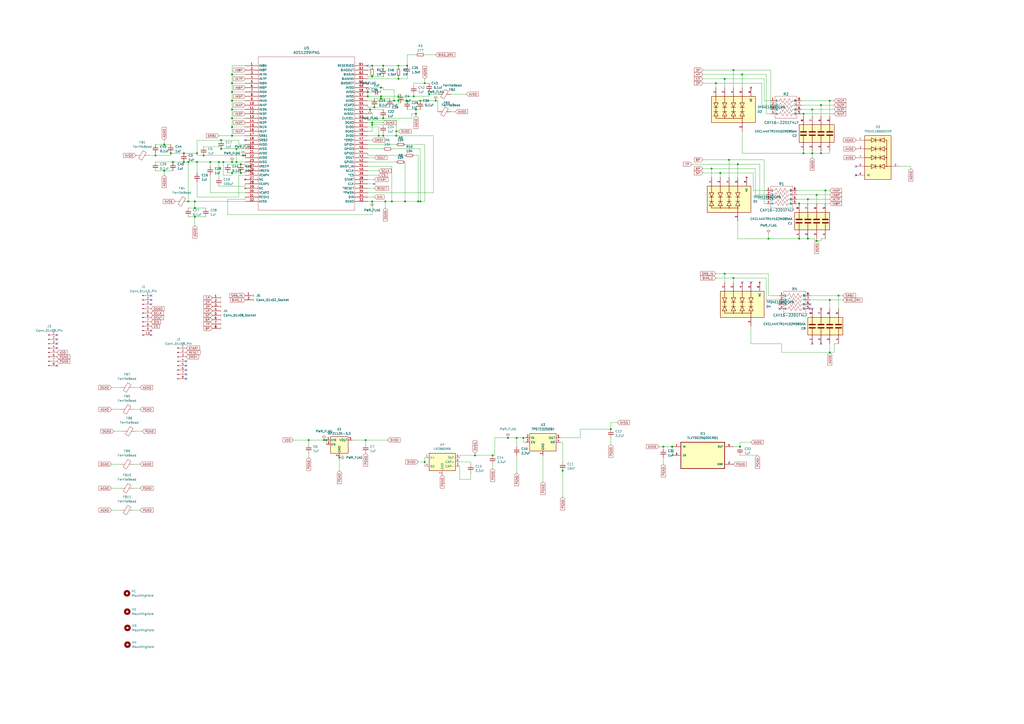
<source format=kicad_sch>
(kicad_sch (version 20230121) (generator eeschema)
  (paper "A2")
  (junction (at 113.03 125.73))
  (junction (at 90.17 90.17))
  (junction (at 229.87 78.74))
  (junction (at 222.25 68.58))
  (junction (at 106.68 88.9))
  (junction (at 236.22 58.42))
  (junction (at 121.92 93.98))
  (junction (at 473.71 113.03))
  (junction (at 326.39 273.05))
  (junction (at 137.16 86.36))
  (junction (at 114.3 93.98))
  (junction (at 213.36 53.34))
  (junction (at 478.79 110.49))
  (junction (at 246.38 48.26))
  (junction (at 234.95 116.84))
  (junction (at 134.62 53.34))
  (junction (at 134.62 48.26))
  (junction (at 429.26 259.08))
  (junction (at 217.17 62.23))
  (junction (at 252.73 58.42))
  (junction (at 481.33 173.99))
  (junction (at 412.75 97.79))
  (junction (at 212.09 255.27))
  (junction (at 140.97 90.17))
  (junction (at 468.63 138.43))
  (junction (at 220.98 57.15))
  (junction (at 127 93.98))
  (junction (at 384.81 259.08))
  (junction (at 231.14 55.88))
  (junction (at 486.41 171.45))
  (junction (at 476.25 88.9))
  (junction (at 243.84 58.42))
  (junction (at 109.22 93.98))
  (junction (at 220.98 50.8))
  (junction (at 142.24 90.17))
  (junction (at 128.27 81.28))
  (junction (at 285.75 264.16))
  (junction (at 213.36 55.88))
  (junction (at 445.77 138.43))
  (junction (at 106.68 93.98))
  (junction (at 95.25 99.06))
  (junction (at 236.22 38.1))
  (junction (at 134.62 100.33))
  (junction (at 134.62 63.5))
  (junction (at 109.22 116.84))
  (junction (at 118.11 90.17))
  (junction (at 420.37 45.72))
  (junction (at 139.7 95.25))
  (junction (at 219.71 78.74))
  (junction (at 241.3 66.04))
  (junction (at 95.25 83.82))
  (junction (at 466.09 88.9))
  (junction (at 420.37 158.75))
  (junction (at 137.16 93.98))
  (junction (at 468.63 115.57))
  (junction (at 179.07 255.27))
  (junction (at 229.87 76.2))
  (junction (at 129.54 93.98))
  (junction (at 134.62 68.58))
  (junction (at 241.3 63.5))
  (junction (at 134.62 43.18))
  (junction (at 215.9 38.1))
  (junction (at 389.89 259.08))
  (junction (at 471.17 88.9))
  (junction (at 215.9 44.45))
  (junction (at 99.06 88.9))
  (junction (at 430.53 43.18))
  (junction (at 128.27 86.36))
  (junction (at 231.14 58.42))
  (junction (at 227.33 116.84))
  (junction (at 222.25 38.1))
  (junction (at 417.83 100.33))
  (junction (at 463.55 118.11))
  (junction (at 240.03 55.88))
  (junction (at 425.45 40.64))
  (junction (at 215.9 71.12))
  (junction (at 243.84 116.84))
  (junction (at 189.23 255.27))
  (junction (at 139.7 100.33))
  (junction (at 415.29 48.26))
  (junction (at 427.99 95.25))
  (junction (at 248.92 54.61))
  (junction (at 299.72 254))
  (junction (at 294.64 254))
  (junction (at 223.52 116.84))
  (junction (at 466.09 66.04))
  (junction (at 228.6 58.42))
  (junction (at 242.57 116.84))
  (junction (at 196.85 265.43))
  (junction (at 215.9 72.39))
  (junction (at 303.53 254))
  (junction (at 463.55 138.43))
  (junction (at 422.91 92.71))
  (junction (at 113.03 116.84))
  (junction (at 481.33 58.42))
  (junction (at 275.59 264.16))
  (junction (at 215.9 116.84))
  (junction (at 476.25 60.96))
  (junction (at 425.45 161.29))
  (junction (at 134.62 73.66))
  (junction (at 231.14 45.72))
  (junction (at 246.38 267.97))
  (junction (at 134.62 58.42))
  (junction (at 187.96 255.27))
  (junction (at 134.62 93.98))
  (junction (at 473.71 139.7))
  (junction (at 222.25 78.74))
  (junction (at 113.03 120.65))
  (junction (at 214.63 63.5))
  (junction (at 100.33 93.98))
  (junction (at 354.33 248.92))
  (junction (at 220.98 55.88))
  (junction (at 114.3 88.9))
  (junction (at 231.14 38.1))
  (junction (at 481.33 204.47))
  (junction (at 471.17 63.5))
  (junction (at 134.62 78.74))
  (no_connect (at 471.17 179.07))
  (no_connect (at 469.9 176.53))
  (no_connect (at 107.95 219.71))
  (no_connect (at 33.02 199.39))
  (no_connect (at 213.36 48.26))
  (no_connect (at 469.9 179.07))
  (no_connect (at 107.95 217.17))
  (no_connect (at 107.95 214.63))
  (no_connect (at 33.02 212.09))
  (no_connect (at 452.12 179.07))
  (no_connect (at 107.95 209.55))
  (no_connect (at 33.02 201.93))
  (no_connect (at 213.36 38.1))
  (no_connect (at 107.95 212.09))
  (no_connect (at 496.57 101.6))
  (no_connect (at 435.61 163.83))
  (no_connect (at 142.24 81.28))
  (no_connect (at 430.53 163.83))
  (no_connect (at 87.63 194.31))
  (no_connect (at 87.63 173.99))
  (no_connect (at 87.63 191.77))
  (no_connect (at 452.12 176.53))
  (no_connect (at 87.63 171.45))
  (no_connect (at 476.25 179.07))
  (no_connect (at 217.17 106.68))
  (no_connect (at 33.02 196.85))
  (no_connect (at 33.02 194.31))
  (no_connect (at 87.63 176.53))
  (no_connect (at 496.57 96.52))
  (no_connect (at 471.17 199.39))
  (no_connect (at 476.25 199.39))
  (wire (pts (xy 453.39 204.47) (xy 453.39 199.39)))
  (wire (pts (xy 142.24 95.25) (xy 142.24 96.52)))
  (wire (pts (xy 134.62 48.26) (xy 134.62 53.34)))
  (wire (pts (xy 471.17 88.9) (xy 471.17 87.63)))
  (wire (pts (xy 326.39 256.54) (xy 325.12 256.54)))
  (wire (pts (xy 415.29 48.26) (xy 441.96 48.26)))
  (wire (pts (xy 134.62 38.1) (xy 134.62 43.18)))
  (wire (pts (xy 472.44 139.7) (xy 473.71 139.7)))
  (wire (pts (xy 468.63 115.57) (xy 481.33 115.57)))
  (wire (pts (xy 425.45 50.8) (xy 425.45 40.64)))
  (wire (pts (xy 417.83 102.87) (xy 417.83 100.33)))
  (wire (pts (xy 436.88 110.49) (xy 436.88 100.33)))
  (wire (pts (xy 314.96 264.16) (xy 314.96 279.4)))
  (wire (pts (xy 64.77 237.49) (xy 69.85 237.49)))
  (wire (pts (xy 466.09 66.04) (xy 483.87 66.04)))
  (wire (pts (xy 430.53 88.9) (xy 466.09 88.9)))
  (wire (pts (xy 425.45 163.83) (xy 425.45 161.29)))
  (wire (pts (xy 138.43 114.3) (xy 114.3 114.3)))
  (wire (pts (xy 246.38 48.26) (xy 248.92 48.26)))
  (wire (pts (xy 118.11 90.17) (xy 140.97 90.17)))
  (wire (pts (xy 128.27 81.28) (xy 138.43 81.28)))
  (wire (pts (xy 213.36 91.44) (xy 217.17 91.44)))
  (wire (pts (xy 138.43 81.28) (xy 138.43 83.82)))
  (wire (pts (xy 99.06 88.9) (xy 106.68 88.9)))
  (wire (pts (xy 113.03 120.65) (xy 119.38 120.65)))
  (wire (pts (xy 212.09 255.27) (xy 212.09 257.81)))
  (wire (pts (xy 139.7 95.25) (xy 142.24 95.25)))
  (wire (pts (xy 132.08 115.57) (xy 132.08 124.46)))
  (wire (pts (xy 215.9 71.12) (xy 213.36 71.12)))
  (wire (pts (xy 472.44 138.43) (xy 468.63 138.43)))
  (wire (pts (xy 481.33 58.42) (xy 483.87 58.42)))
  (wire (pts (xy 251.46 78.74) (xy 229.87 78.74)))
  (wire (pts (xy 179.07 255.27) (xy 187.96 255.27)))
  (wire (pts (xy 129.54 93.98) (xy 134.62 93.98)))
  (wire (pts (xy 64.77 269.24) (xy 69.85 269.24)))
  (wire (pts (xy 134.62 78.74) (xy 142.24 78.74)))
  (wire (pts (xy 476.25 60.96) (xy 476.25 67.31)))
  (wire (pts (xy 215.9 71.12) (xy 222.25 71.12)))
  (wire (pts (xy 114.3 100.33) (xy 114.3 93.98)))
  (wire (pts (xy 95.25 99.06) (xy 95.25 101.6)))
  (wire (pts (xy 425.45 40.64) (xy 407.67 40.64)))
  (wire (pts (xy 213.36 78.74) (xy 219.71 78.74)))
  (wire (pts (xy 427.99 95.25) (xy 440.69 95.25)))
  (wire (pts (xy 142.24 68.58) (xy 134.62 68.58)))
  (wire (pts (xy 236.22 43.18) (xy 236.22 45.72)))
  (wire (pts (xy 227.33 116.84) (xy 234.95 116.84)))
  (wire (pts (xy 134.62 93.98) (xy 137.16 93.98)))
  (wire (pts (xy 294.64 254) (xy 299.72 254)))
  (wire (pts (xy 232.41 54.61) (xy 231.14 54.61)))
  (wire (pts (xy 236.22 31.75) (xy 236.22 38.1)))
  (wire (pts (xy 95.25 81.28) (xy 95.25 83.82)))
  (wire (pts (xy 241.3 63.5) (xy 243.84 63.5)))
  (wire (pts (xy 213.36 104.14) (xy 217.17 104.14)))
  (wire (pts (xy 86.36 90.17) (xy 90.17 90.17)))
  (wire (pts (xy 266.7 265.43) (xy 266.7 264.16)))
  (wire (pts (xy 220.98 55.88) (xy 220.98 57.15)))
  (wire (pts (xy 462.28 110.49) (xy 478.79 110.49)))
  (wire (pts (xy 407.67 48.26) (xy 415.29 48.26)))
  (wire (pts (xy 231.14 76.2) (xy 229.87 76.2)))
  (wire (pts (xy 468.63 115.57) (xy 468.63 118.11)))
  (wire (pts (xy 427.99 102.87) (xy 427.99 95.25)))
  (wire (pts (xy 222.25 77.47) (xy 222.25 78.74)))
  (wire (pts (xy 213.36 90.17) (xy 234.95 90.17)))
  (wire (pts (xy 285.75 269.24) (xy 285.75 271.78)))
  (wire (pts (xy 234.95 93.98) (xy 234.95 116.84)))
  (wire (pts (xy 243.84 116.84) (xy 242.57 116.84)))
  (wire (pts (xy 134.62 53.34) (xy 142.24 53.34)))
  (wire (pts (xy 213.36 55.88) (xy 220.98 55.88)))
  (wire (pts (xy 240.03 55.88) (xy 240.03 54.61)))
  (wire (pts (xy 469.9 171.45) (xy 486.41 171.45)))
  (wire (pts (xy 129.54 101.6) (xy 129.54 93.98)))
  (wire (pts (xy 354.33 254) (xy 354.33 257.81)))
  (wire (pts (xy 142.24 48.26) (xy 134.62 48.26)))
  (wire (pts (xy 471.17 88.9) (xy 476.25 88.9)))
  (wire (pts (xy 113.03 116.84) (xy 113.03 120.65)))
  (wire (pts (xy 248.92 54.61) (xy 248.92 53.34)))
  (wire (pts (xy 473.71 113.03) (xy 473.71 118.11)))
  (wire (pts (xy 241.3 66.04) (xy 241.3 63.5)))
  (wire (pts (xy 354.33 248.92) (xy 354.33 245.11)))
  (wire (pts (xy 463.55 138.43) (xy 468.63 138.43)))
  (wire (pts (xy 214.63 40.64) (xy 214.63 38.1)))
  (wire (pts (xy 240.03 48.26) (xy 246.38 48.26)))
  (wire (pts (xy 382.27 259.08) (xy 384.81 259.08)))
  (wire (pts (xy 142.24 111.76) (xy 121.92 111.76)))
  (wire (pts (xy 412.75 97.79) (xy 438.15 97.79)))
  (wire (pts (xy 142.24 58.42) (xy 134.62 58.42)))
  (wire (pts (xy 220.98 50.8) (xy 222.25 50.8)))
  (wire (pts (xy 228.6 52.07) (xy 228.6 58.42)))
  (wire (pts (xy 240.03 90.17) (xy 242.57 90.17)))
  (wire (pts (xy 246.38 267.97) (xy 246.38 270.51)))
  (wire (pts (xy 228.6 58.42) (xy 231.14 58.42)))
  (wire (pts (xy 142.24 107.95) (xy 142.24 106.68)))
  (wire (pts (xy 213.36 44.45) (xy 215.9 44.45)))
  (wire (pts (xy 134.62 100.33) (xy 134.62 101.6)))
  (wire (pts (xy 196.85 265.43) (xy 196.85 273.05)))
  (wire (pts (xy 401.32 95.25) (xy 427.99 95.25)))
  (wire (pts (xy 266.7 270.51) (xy 266.7 278.13)))
  (wire (pts (xy 440.69 95.25) (xy 440.69 115.57)))
  (wire (pts (xy 142.24 101.6) (xy 138.43 101.6)))
  (wire (pts (xy 444.5 173.99) (xy 452.12 173.99)))
  (wire (pts (xy 478.79 110.49) (xy 481.33 110.49)))
  (wire (pts (xy 444.5 173.99) (xy 444.5 161.29)))
  (wire (pts (xy 215.9 72.39) (xy 215.9 76.2)))
  (wire (pts (xy 464.82 58.42) (xy 481.33 58.42)))
  (wire (pts (xy 213.36 99.06) (xy 219.71 99.06)))
  (wire (pts (xy 441.96 60.96) (xy 447.04 60.96)))
  (wire (pts (xy 213.36 86.36) (xy 222.25 86.36)))
  (wire (pts (xy 231.14 55.88) (xy 240.03 55.88)))
  (wire (pts (xy 215.9 68.58) (xy 222.25 68.58)))
  (wire (pts (xy 241.3 31.75) (xy 236.22 31.75)))
  (wire (pts (xy 241.3 67.31) (xy 241.3 66.04)))
  (wire (pts (xy 429.26 264.16) (xy 439.42 264.16)))
  (wire (pts (xy 471.17 88.9) (xy 471.17 91.44)))
  (wire (pts (xy 137.16 86.36) (xy 137.16 93.98)))
  (wire (pts (xy 466.09 88.9) (xy 471.17 88.9)))
  (wire (pts (xy 134.62 58.42) (xy 134.62 53.34)))
  (wire (pts (xy 142.24 63.5) (xy 134.62 63.5)))
  (wire (pts (xy 243.84 58.42) (xy 252.73 58.42)))
  (wire (pts (xy 77.47 269.24) (xy 81.28 269.24)))
  (wire (pts (xy 486.41 171.45) (xy 488.95 171.45)))
  (wire (pts (xy 422.91 92.71) (xy 407.67 92.71)))
  (wire (pts (xy 215.9 38.1) (xy 214.63 38.1)))
  (wire (pts (xy 242.57 90.17) (xy 242.57 116.84)))
  (wire (pts (xy 478.79 110.49) (xy 478.79 118.11)))
  (wire (pts (xy 471.17 63.5) (xy 483.87 63.5)))
  (wire (pts (xy 231.14 45.72) (xy 236.22 45.72)))
  (wire (pts (xy 420.37 158.75) (xy 445.77 158.75)))
  (wire (pts (xy 219.71 78.74) (xy 222.25 78.74)))
  (wire (pts (xy 246.38 116.84) (xy 243.84 116.84)))
  (wire (pts (xy 219.71 73.66) (xy 213.36 73.66)))
  (wire (pts (xy 303.53 256.54) (xy 303.53 254)))
  (wire (pts (xy 213.36 69.85) (xy 229.87 69.85)))
  (wire (pts (xy 77.47 283.21) (xy 81.28 283.21)))
  (wire (pts (xy 137.16 86.36) (xy 142.24 86.36)))
  (wire (pts (xy 299.72 254) (xy 303.53 254)))
  (wire (pts (xy 240.03 48.26) (xy 240.03 49.53)))
  (wire (pts (xy 128.27 86.36) (xy 137.16 86.36)))
  (wire (pts (xy 243.84 86.36) (xy 243.84 116.84)))
  (wire (pts (xy 462.28 113.03) (xy 473.71 113.03)))
  (wire (pts (xy 213.36 114.3) (xy 217.17 114.3)))
  (wire (pts (xy 266.7 278.13) (xy 273.05 278.13)))
  (wire (pts (xy 90.17 99.06) (xy 95.25 99.06)))
  (wire (pts (xy 481.33 88.9) (xy 481.33 87.63)))
  (wire (pts (xy 213.36 90.17) (xy 213.36 88.9)))
  (wire (pts (xy 213.36 106.68) (xy 217.17 106.68)))
  (wire (pts (xy 471.17 63.5) (xy 471.17 67.31)))
  (wire (pts (xy 213.36 58.42) (xy 228.6 58.42)))
  (wire (pts (xy 223.52 116.84) (xy 227.33 116.84)))
  (wire (pts (xy 142.24 114.3) (xy 142.24 115.57)))
  (wire (pts (xy 213.36 111.76) (xy 251.46 111.76)))
  (wire (pts (xy 438.15 97.79) (xy 438.15 113.03)))
  (wire (pts (xy 275.59 264.16) (xy 285.75 264.16)))
  (wire (pts (xy 254 64.77) (xy 254 58.42)))
  (wire (pts (xy 132.08 115.57) (xy 142.24 115.57)))
  (wire (pts (xy 213.36 40.64) (xy 214.63 40.64)))
  (wire (pts (xy 447.04 40.64) (xy 425.45 40.64)))
  (wire (pts (xy 227.33 86.36) (xy 243.84 86.36)))
  (wire (pts (xy 445.77 158.75) (xy 445.77 171.45)))
  (wire (pts (xy 326.39 267.97) (xy 326.39 256.54)))
  (wire (pts (xy 220.98 50.8) (xy 220.98 53.34)))
  (wire (pts (xy 407.67 97.79) (xy 412.75 97.79)))
  (wire (pts (xy 118.11 85.09) (xy 128.27 85.09)))
  (wire (pts (xy 134.62 101.6) (xy 129.54 101.6)))
  (wire (pts (xy 438.15 113.03) (xy 444.5 113.03)))
  (wire (pts (xy 469.9 173.99) (xy 481.33 173.99)))
  (wire (pts (xy 326.39 271.78) (xy 326.39 273.05)))
  (wire (pts (xy 473.71 113.03) (xy 481.33 113.03)))
  (wire (pts (xy 142.24 38.1) (xy 134.62 38.1)))
  (wire (pts (xy 114.3 81.28) (xy 114.3 88.9)))
  (wire (pts (xy 472.44 139.7) (xy 472.44 138.43)))
  (wire (pts (xy 443.23 58.42) (xy 447.04 58.42)))
  (wire (pts (xy 134.62 73.66) (xy 134.62 78.74)))
  (wire (pts (xy 384.81 259.08) (xy 389.89 259.08)))
  (wire (pts (xy 100.33 93.98) (xy 106.68 93.98)))
  (wire (pts (xy 215.9 116.84) (xy 223.52 116.84)))
  (wire (pts (xy 261.62 54.61) (xy 270.51 54.61)))
  (wire (pts (xy 246.38 45.72) (xy 246.38 48.26)))
  (wire (pts (xy 179.07 257.81) (xy 179.07 255.27)))
  (wire (pts (xy 215.9 124.46) (xy 215.9 116.84)))
  (wire (pts (xy 407.67 43.18) (xy 430.53 43.18)))
  (wire (pts (xy 427.99 138.43) (xy 445.77 138.43)))
  (wire (pts (xy 213.36 93.98) (xy 229.87 93.98)))
  (wire (pts (xy 242.57 267.97) (xy 246.38 267.97)))
  (wire (pts (xy 231.14 54.61) (xy 231.14 55.88)))
  (wire (pts (xy 113.03 125.73) (xy 119.38 125.73)))
  (wire (pts (xy 462.28 115.57) (xy 468.63 115.57)))
  (wire (pts (xy 137.16 93.98) (xy 142.24 93.98)))
  (wire (pts (xy 121.92 111.76) (xy 121.92 101.6)))
  (wire (pts (xy 234.95 83.82) (xy 246.38 83.82)))
  (wire (pts (xy 528.32 96.52) (xy 528.32 97.79)))
  (wire (pts (xy 521.97 96.52) (xy 528.32 96.52)))
  (wire (pts (xy 215.9 39.37) (xy 215.9 38.1)))
  (wire (pts (xy 127 93.98) (xy 127 102.87)))
  (wire (pts (xy 217.17 62.23) (xy 226.06 62.23)))
  (wire (pts (xy 483.87 199.39) (xy 486.41 199.39)))
  (wire (pts (xy 443.23 45.72) (xy 443.23 58.42)))
  (wire (pts (xy 476.25 138.43) (xy 478.79 138.43)))
  (wire (pts (xy 66.04 250.19) (xy 71.12 250.19)))
  (wire (pts (xy 215.9 72.39) (xy 222.25 72.39)))
  (wire (pts (xy 435.61 189.23) (xy 435.61 199.39)))
  (wire (pts (xy 464.82 60.96) (xy 476.25 60.96)))
  (wire (pts (xy 187.96 255.27) (xy 189.23 255.27)))
  (wire (pts (xy 430.53 76.2) (xy 430.53 88.9)))
  (wire (pts (xy 106.68 88.9) (xy 114.3 88.9)))
  (wire (pts (xy 222.25 52.07) (xy 228.6 52.07)))
  (wire (pts (xy 64.77 283.21) (xy 69.85 283.21)))
  (wire (pts (xy 220.98 55.88) (xy 231.14 55.88)))
  (wire (pts (xy 134.62 100.33) (xy 139.7 100.33)))
  (wire (pts (xy 422.91 102.87) (xy 422.91 92.71)))
  (wire (pts (xy 99.06 88.9) (xy 99.06 90.17)))
  (wire (pts (xy 109.22 93.98) (xy 109.22 116.84)))
  (wire (pts (xy 64.77 295.91) (xy 69.85 295.91)))
  (wire (pts (xy 132.08 100.33) (xy 134.62 100.33)))
  (wire (pts (xy 412.75 102.87) (xy 412.75 97.79)))
  (wire (pts (xy 231.14 38.1) (xy 236.22 38.1)))
  (wire (pts (xy 444.5 43.18) (xy 444.5 66.04)))
  (wire (pts (xy 229.87 69.85) (xy 229.87 76.2)))
  (wire (pts (xy 462.28 118.11) (xy 463.55 118.11)))
  (wire (pts (xy 476.25 88.9) (xy 476.25 87.63)))
  (wire (pts (xy 64.77 224.79) (xy 69.85 224.79)))
  (wire (pts (xy 213.36 76.2) (xy 215.9 76.2)))
  (wire (pts (xy 445.77 138.43) (xy 463.55 138.43)))
  (wire (pts (xy 90.17 90.17) (xy 99.06 90.17)))
  (wire (pts (xy 95.25 83.82) (xy 99.06 83.82)))
  (wire (pts (xy 252.73 58.42) (xy 254 58.42)))
  (wire (pts (xy 231.14 59.69) (xy 231.14 58.42)))
  (wire (pts (xy 427.99 128.27) (xy 427.99 138.43)))
  (wire (pts (xy 139.7 100.33) (xy 142.24 100.33)))
  (wire (pts (xy 384.81 265.43) (xy 384.81 269.24)))
  (wire (pts (xy 266.7 264.16) (xy 275.59 264.16)))
  (wire (pts (xy 222.25 39.37) (xy 222.25 38.1)))
  (wire (pts (xy 285.75 264.16) (xy 287.02 264.16)))
  (wire (pts (xy 134.62 68.58) (xy 134.62 63.5)))
  (wire (pts (xy 436.88 100.33) (xy 417.83 100.33)))
  (wire (pts (xy 95.25 99.06) (xy 100.33 99.06)))
  (wire (pts (xy 213.36 44.45) (xy 213.36 43.18)))
  (wire (pts (xy 214.63 63.5) (xy 222.25 63.5)))
  (wire (pts (xy 481.33 173.99) (xy 481.33 179.07)))
  (wire (pts (xy 215.9 66.04) (xy 213.36 66.04)))
  (wire (pts (xy 217.17 57.15) (xy 220.98 57.15)))
  (wire (pts (xy 445.77 138.43) (xy 445.77 135.89)))
  (wire (pts (xy 220.98 57.15) (xy 226.06 57.15)))
  (wire (pts (xy 273.05 278.13) (xy 273.05 274.32)))
  (wire (pts (xy 236.22 58.42) (xy 243.84 58.42)))
  (wire (pts (xy 106.68 93.98) (xy 109.22 93.98)))
  (wire (pts (xy 222.25 38.1) (xy 231.14 38.1)))
  (wire (pts (xy 481.33 173.99) (xy 488.95 173.99)))
  (wire (pts (xy 430.53 50.8) (xy 430.53 43.18)))
  (wire (pts (xy 77.47 295.91) (xy 81.28 295.91)))
  (wire (pts (xy 142.24 88.9) (xy 142.24 90.17)))
  (wire (pts (xy 246.38 265.43) (xy 246.38 267.97)))
  (wire (pts (xy 222.25 50.8) (xy 222.25 52.07)))
  (wire (pts (xy 215.9 38.1) (xy 222.25 38.1)))
  (wire (pts (xy 463.55 118.11) (xy 481.33 118.11)))
  (wire (pts (xy 77.47 224.79) (xy 81.28 224.79)))
  (wire (pts (xy 142.24 99.06) (xy 142.24 100.33)))
  (wire (pts (xy 113.03 125.73) (xy 113.03 130.81)))
  (wire (pts (xy 266.7 267.97) (xy 273.05 267.97)))
  (wire (pts (xy 299.72 254) (xy 299.72 259.08)))
  (wire (pts (xy 231.14 58.42) (xy 236.22 58.42)))
  (wire (pts (xy 483.87 199.39) (xy 483.87 204.47)))
  (wire (pts (xy 473.71 139.7) (xy 473.71 138.43)))
  (wire (pts (xy 261.62 64.77) (xy 264.16 64.77)))
  (wire (pts (xy 238.76 66.04) (xy 238.76 68.58)))
  (wire (pts (xy 287.02 254) (xy 294.64 254)))
  (wire (pts (xy 422.91 92.71) (xy 443.23 92.71)))
  (wire (pts (xy 138.43 101.6) (xy 138.43 114.3)))
  (wire (pts (xy 213.36 63.5) (xy 214.63 63.5)))
  (wire (pts (xy 336.55 248.92) (xy 354.33 248.92)))
  (wire (pts (xy 481.33 58.42) (xy 481.33 67.31)))
  (wire (pts (xy 444.5 161.29) (xy 425.45 161.29)))
  (wire (pts (xy 142.24 73.66) (xy 134.62 73.66)))
  (wire (pts (xy 127 78.74) (xy 134.62 78.74)))
  (wire (pts (xy 429.26 256.54) (xy 429.26 259.08)))
  (wire (pts (xy 142.24 43.18) (xy 134.62 43.18)))
  (wire (pts (xy 415.29 48.26) (xy 415.29 50.8)))
  (wire (pts (xy 238.76 66.04) (xy 241.3 66.04)))
  (wire (pts (xy 246.38 31.75) (xy 252.73 31.75)))
  (wire (pts (xy 142.24 90.17) (xy 142.24 91.44)))
  (wire (pts (xy 248.92 54.61) (xy 248.92 55.88)))
  (wire (pts (xy 213.36 45.72) (xy 231.14 45.72)))
  (wire (pts (xy 248.92 54.61) (xy 254 54.61)))
  (wire (pts (xy 140.97 90.17) (xy 142.24 90.17)))
  (wire (pts (xy 109.22 116.84) (xy 113.03 116.84)))
  (wire (pts (xy 430.53 43.18) (xy 444.5 43.18)))
  (wire (pts (xy 354.33 245.11) (xy 358.14 245.11)))
  (wire (pts (xy 121.92 93.98) (xy 127 93.98)))
  (wire (pts (xy 444.5 110.49) (xy 436.88 110.49)))
  (wire (pts (xy 213.36 116.84) (xy 215.9 116.84)))
  (wire (pts (xy 473.71 139.7) (xy 476.25 139.7)))
  (wire (pts (xy 231.14 45.72) (xy 231.14 44.45)))
  (wire (pts (xy 213.36 109.22) (xy 217.17 109.22)))
  (wire (pts (xy 114.3 114.3) (xy 114.3 105.41)))
  (wire (pts (xy 384.81 259.08) (xy 384.81 260.35)))
  (wire (pts (xy 90.17 90.17) (xy 90.17 88.9)))
  (wire (pts (xy 113.03 116.84) (xy 142.24 116.84)))
  (wire (pts (xy 213.36 83.82) (xy 229.87 83.82)))
  (wire (pts (xy 121.92 96.52) (xy 121.92 93.98)))
  (wire (pts (xy 466.09 87.63) (xy 466.09 88.9)))
  (wire (pts (xy 453.39 204.47) (xy 481.33 204.47)))
  (wire (pts (xy 134.62 43.18) (xy 134.62 48.26)))
  (wire (pts (xy 464.82 66.04) (xy 466.09 66.04)))
  (wire (pts (xy 213.36 101.6) (xy 219.71 101.6)))
  (wire (pts (xy 336.55 254) (xy 325.12 254)))
  (wire (pts (xy 127 107.95) (xy 142.24 107.95)))
  (wire (pts (xy 109.22 125.73) (xy 113.03 125.73)))
  (wire (pts (xy 213.36 69.85) (xy 213.36 68.58)))
  (wire (pts (xy 114.3 90.17) (xy 118.11 90.17)))
  (wire (pts (xy 78.74 250.19) (xy 82.55 250.19)))
  (wire (pts (xy 273.05 267.97) (xy 273.05 269.24)))
  (wire (pts (xy 299.72 264.16) (xy 299.72 274.32)))
  (wire (pts (xy 435.61 256.54) (xy 429.26 256.54)))
  (wire (pts (xy 77.47 237.49) (xy 81.28 237.49)))
  (wire (pts (xy 227.33 96.52) (xy 227.33 116.84)))
  (wire (pts (xy 109.22 120.65) (xy 113.03 120.65)))
  (wire (pts (xy 336.55 248.92) (xy 336.55 254)))
  (wire (pts (xy 132.08 95.25) (xy 139.7 95.25)))
  (wire (pts (xy 240.03 55.88) (xy 248.92 55.88)))
  (wire (pts (xy 415.29 158.75) (xy 420.37 158.75)))
  (wire (pts (xy 138.43 83.82) (xy 142.24 83.82)))
  (wire (pts (xy 232.41 59.69) (xy 231.14 59.69)))
  (wire (pts (xy 213.36 53.34) (xy 213.36 55.88)))
  (wire (pts (xy 229.87 76.2) (xy 229.87 78.74)))
  (wire (pts (xy 246.38 83.82) (xy 246.38 116.84)))
  (wire (pts (xy 109.22 93.98) (xy 114.3 93.98)))
  (wire (pts (xy 212.09 255.27) (xy 204.47 255.27)))
  (wire (pts (xy 445.77 171.45) (xy 452.12 171.45)))
  (wire (pts (xy 435.61 199.39) (xy 453.39 199.39)))
  (wire (pts (xy 213.36 62.23) (xy 213.36 60.96)))
  (wire (pts (xy 212.09 255.27) (xy 224.79 255.27)))
  (wire (pts (xy 90.17 93.98) (xy 100.33 93.98)))
  (wire (pts (xy 303.53 254) (xy 304.8 254)))
  (wire (pts (xy 389.89 259.08) (xy 389.89 264.16)))
  (wire (pts (xy 128.27 81.28) (xy 114.3 81.28)))
  (wire (pts (xy 486.41 171.45) (xy 486.41 179.07)))
  (wire (pts (xy 415.29 161.29) (xy 425.45 161.29)))
  (wire (pts (xy 189.23 255.27) (xy 189.23 257.81)))
  (wire (pts (xy 223.52 116.84) (xy 223.52 120.65)))
  (wire (pts (xy 440.69 115.57) (xy 444.5 115.57)))
  (wire (pts (xy 443.23 118.11) (xy 444.5 118.11)))
  (wire (pts (xy 128.27 85.09) (xy 128.27 86.36)))
  (wire (pts (xy 219.71 78.74) (xy 219.71 73.66)))
  (wire (pts (xy 234.95 116.84) (xy 242.57 116.84)))
  (wire (pts (xy 481.33 204.47) (xy 483.87 204.47)))
  (wire (pts (xy 476.25 60.96) (xy 483.87 60.96)))
  (wire (pts (xy 326.39 273.05) (xy 326.39 288.29)))
  (wire (pts (xy 407.67 45.72) (xy 420.37 45.72)))
  (wire (pts (xy 127 93.98) (xy 129.54 93.98)))
  (wire (pts (xy 447.04 40.64) (xy 447.04 63.5)))
  (wire (pts (xy 114.3 88.9) (xy 114.3 90.17)))
  (wire (pts (xy 425.45 259.08) (xy 429.26 259.08)))
  (wire (pts (xy 236.22 63.5) (xy 241.3 63.5)))
  (wire (pts (xy 251.46 111.76) (xy 251.46 78.74)))
  (wire (pts (xy 213.36 96.52) (xy 227.33 96.52)))
  (wire (pts (xy 132.08 124.46) (xy 215.9 124.46)))
  (wire (pts (xy 420.37 45.72) (xy 420.37 50.8)))
  (wire (pts (xy 217.17 62.23) (xy 213.36 62.23)))
  (wire (pts (xy 304.8 256.54) (xy 303.53 256.54)))
  (wire (pts (xy 407.67 100.33) (xy 417.83 100.33)))
  (wire (pts (xy 275.59 262.89) (xy 275.59 264.16)))
  (wire (pts (xy 464.82 63.5) (xy 471.17 63.5)))
  (wire (pts (xy 447.04 66.04) (xy 444.5 66.04)))
  (wire (pts (xy 222.25 68.58) (xy 238.76 68.58)))
  (wire (pts (xy 420.37 45.72) (xy 443.23 45.72)))
  (wire (pts (xy 443.23 92.71) (xy 443.23 118.11)))
  (wire (pts (xy 213.36 50.8) (xy 220.98 50.8)))
  (wire (pts (xy 179.07 262.89) (xy 179.07 265.43)))
  (wire (pts (xy 213.36 81.28) (xy 215.9 81.28)))
  (wire (pts (xy 466.09 66.04) (xy 466.09 67.31)))
  (wire (pts (xy 215.9 53.34) (xy 213.36 53.34)))
  (wire (pts (xy 134.62 68.58) (xy 134.62 73.66)))
  (wire (pts (xy 134.62 63.5) (xy 134.62 58.42)))
  (wire (pts (xy 170.18 255.27) (xy 179.07 255.27)))
  (wire (pts (xy 215.9 66.04) (xy 215.9 68.58)))
  (wire (pts (xy 476.25 88.9) (xy 481.33 88.9)))
  (wire (pts (xy 481.33 199.39) (xy 481.33 204.47)))
  (wire (pts (xy 231.14 38.1) (xy 231.14 39.37)))
  (wire (pts (xy 215.9 72.39) (xy 215.9 71.12)))
  (wire (pts (xy 441.96 48.26) (xy 441.96 60.96)))
  (wire (pts (xy 90.17 83.82) (xy 95.25 83.82)))
  (wire (pts (xy 215.9 44.45) (xy 222.25 44.45)))
  (wire (pts (xy 114.3 93.98) (xy 121.92 93.98)))
  (wire (pts (xy 420.37 163.83) (xy 420.37 158.75)))
  (wire (pts (xy 476.25 138.43) (xy 476.25 139.7)))
  (wire (pts (xy 222.25 78.74) (xy 229.87 78.74)))
  (wire (pts (xy 287.02 254) (xy 287.02 264.16)))
  (global_label "IN2P" (shape input) (at 483.87 60.96 0) (property "Intersheetrefs" "${INTERSHEET_REFS}" (effects hide)))
  (global_label "SRB_IN" (shape input) (at 415.29 158.75 180) (property "Intersheetrefs" "${INTERSHEET_REFS}" (effects hide)))
  (global_label "8P" (shape input) (at 123.19 190.5 180) (property "Intersheetrefs" "${INTERSHEET_REFS}" (effects hide)))
  (global_label "3P" (shape input) (at 123.19 177.8 180) (property "Intersheetrefs" "${INTERSHEET_REFS}" (effects hide)))
  (global_label "CS" (shape input) (at 219.71 101.6 0) (property "Intersheetrefs" "${INTERSHEET_REFS}" (effects hide)))
  (global_label "AVDD" (shape input) (at 78.74 90.17 180) (property "Intersheetrefs" "${INTERSHEET_REFS}" (effects hide)))
  (global_label "AGND" (shape input) (at 241.3 67.31 270) (property "Intersheetrefs" "${INTERSHEET_REFS}" (effects hide)))
  (global_label "PGND" (shape input) (at 212.09 262.89 270) (property "Intersheetrefs" "${INTERSHEET_REFS}" (effects hide)))
  (global_label "DIN" (shape input) (at 217.17 114.3 0) (property "Intersheetrefs" "${INTERSHEET_REFS}" (effects hide)))
  (global_label "BIAS_E" (shape input) (at 142.24 173.99 180) (property "Intersheetrefs" "${INTERSHEET_REFS}" (effects hide)))
  (global_label "AGND" (shape input) (at 113.03 130.81 270) (property "Intersheetrefs" "${INTERSHEET_REFS}" (effects hide)))
  (global_label "DIN" (shape input) (at 87.63 186.69 0) (property "Intersheetrefs" "${INTERSHEET_REFS}" (effects hide)))
  (global_label "PGND" (shape input) (at 439.42 264.16 270) (property "Intersheetrefs" "${INTERSHEET_REFS}" (effects hide)))
  (global_label "RESET" (shape input) (at 217.17 109.22 0) (property "Intersheetrefs" "${INTERSHEET_REFS}" (effects hide)))
  (global_label "7P" (shape input) (at 123.19 187.96 180) (property "Intersheetrefs" "${INTERSHEET_REFS}" (effects hide)))
  (global_label "8P" (shape input) (at 407.67 92.71 180) (property "Intersheetrefs" "${INTERSHEET_REFS}" (effects hide)))
  (global_label "IN7P" (shape input) (at 142.24 45.72 180) (property "Intersheetrefs" "${INTERSHEET_REFS}" (effects hide)))
  (global_label "IN5P" (shape input) (at 142.24 55.88 180) (property "Intersheetrefs" "${INTERSHEET_REFS}" (effects hide)))
  (global_label "PGND" (shape input) (at 179.07 265.43 270) (property "Intersheetrefs" "${INTERSHEET_REFS}" (effects hide)))
  (global_label "AVSS" (shape input) (at 358.14 245.11 0) (property "Intersheetrefs" "${INTERSHEET_REFS}" (effects hide)))
  (global_label "AGND" (shape input) (at 64.77 237.49 180) (property "Intersheetrefs" "${INTERSHEET_REFS}" (effects hide)))
  (global_label "SRB1" (shape input) (at 488.95 171.45 0) (property "Intersheetrefs" "${INTERSHEET_REFS}" (effects hide)))
  (global_label "PGND" (shape input) (at 384.81 269.24 270) (property "Intersheetrefs" "${INTERSHEET_REFS}" (effects hide)))
  (global_label "IN1P" (shape input) (at 483.87 58.42 0) (property "Intersheetrefs" "${INTERSHEET_REFS}" (effects hide)))
  (global_label "AVSS" (shape input) (at 270.51 54.61 0) (property "Intersheetrefs" "${INTERSHEET_REFS}" (effects hide)))
  (global_label "3P" (shape input) (at 407.67 40.64 180) (property "Intersheetrefs" "${INTERSHEET_REFS}" (effects hide)))
  (global_label "6P" (shape input) (at 407.67 97.79 180) (property "Intersheetrefs" "${INTERSHEET_REFS}" (effects hide)))
  (global_label "5P" (shape input) (at 407.67 100.33 180) (property "Intersheetrefs" "${INTERSHEET_REFS}" (effects hide)))
  (global_label "RESET" (shape input) (at 107.95 204.47 0) (property "Intersheetrefs" "${INTERSHEET_REFS}" (effects hide)))
  (global_label "AGND" (shape input) (at 81.28 269.24 0) (property "Intersheetrefs" "${INTERSHEET_REFS}" (effects hide)))
  (global_label "PGND" (shape input) (at 314.96 279.4 270) (property "Intersheetrefs" "${INTERSHEET_REFS}" (effects hide)))
  (global_label "AGND" (shape input) (at 471.17 91.44 270) (property "Intersheetrefs" "${INTERSHEET_REFS}" (effects hide)))
  (global_label "AGND" (shape input) (at 64.77 283.21 180) (property "Intersheetrefs" "${INTERSHEET_REFS}" (effects hide)))
  (global_label "DVDD" (shape input) (at 242.57 267.97 180) (property "Intersheetrefs" "${INTERSHEET_REFS}" (effects hide)))
  (global_label "1P" (shape input) (at 407.67 45.72 180) (property "Intersheetrefs" "${INTERSHEET_REFS}" (effects hide)))
  (global_label "AGND" (shape input) (at 81.28 224.79 0) (property "Intersheetrefs" "${INTERSHEET_REFS}" (effects hide)))
  (global_label "DOUT" (shape input) (at 217.17 91.44 0) (property "Intersheetrefs" "${INTERSHEET_REFS}" (effects hide)))
  (global_label "AGND" (shape input) (at 481.33 204.47 270) (property "Intersheetrefs" "${INTERSHEET_REFS}" (effects hide)))
  (global_label "4P" (shape input) (at 407.67 43.18 180) (property "Intersheetrefs" "${INTERSHEET_REFS}" (effects hide)))
  (global_label "AGND" (shape input) (at 95.25 101.6 270) (property "Intersheetrefs" "${INTERSHEET_REFS}" (effects hide)))
  (global_label "5P" (shape input) (at 123.19 182.88 180) (property "Intersheetrefs" "${INTERSHEET_REFS}" (effects hide)))
  (global_label "SRB_IN" (shape input) (at 142.24 171.45 180) (property "Intersheetrefs" "${INTERSHEET_REFS}" (effects hide)))
  (global_label "IN2P" (shape input) (at 142.24 71.12 180) (property "Intersheetrefs" "${INTERSHEET_REFS}" (effects hide)))
  (global_label "DVDD" (shape input) (at 231.14 76.2 0) (property "Intersheetrefs" "${INTERSHEET_REFS}" (effects hide)))
  (global_label "DGND" (shape input) (at 222.25 71.12 0) (property "Intersheetrefs" "${INTERSHEET_REFS}" (effects hide)))
  (global_label "IN4P" (shape input) (at 483.87 66.04 0) (property "Intersheetrefs" "${INTERSHEET_REFS}" (effects hide)))
  (global_label "IN3P" (shape input) (at 483.87 63.5 0) (property "Intersheetrefs" "${INTERSHEET_REFS}" (effects hide)))
  (global_label "IN7P" (shape input) (at 481.33 115.57 0) (property "Intersheetrefs" "${INTERSHEET_REFS}" (effects hide)))
  (global_label "PGND" (shape input) (at 81.28 283.21 0) (property "Intersheetrefs" "${INTERSHEET_REFS}" (effects hide)))
  (global_label "DGND" (shape input) (at 64.77 224.79 180) (property "Intersheetrefs" "${INTERSHEET_REFS}" (effects hide)))
  (global_label "IN4P" (shape input) (at 142.24 60.96 180) (property "Intersheetrefs" "${INTERSHEET_REFS}" (effects hide)))
  (global_label "IN5P" (shape input) (at 481.33 110.49 0) (property "Intersheetrefs" "${INTERSHEET_REFS}" (effects hide)))
  (global_label "BIAS_E" (shape input) (at 415.29 161.29 180) (property "Intersheetrefs" "${INTERSHEET_REFS}" (effects hide)))
  (global_label "PGND" (shape input) (at 256.54 275.59 270) (property "Intersheetrefs" "${INTERSHEET_REFS}" (effects hide)))
  (global_label "1P" (shape input) (at 123.19 172.72 180) (property "Intersheetrefs" "${INTERSHEET_REFS}" (effects hide)))
  (global_label "PGND" (shape input) (at 196.85 273.05 270) (property "Intersheetrefs" "${INTERSHEET_REFS}" (effects hide)))
  (global_label "DGND" (shape input) (at 223.52 120.65 270) (property "Intersheetrefs" "${INTERSHEET_REFS}" (effects hide)))
  (global_label "SRB1" (shape input) (at 127 78.74 180) (property "Intersheetrefs" "${INTERSHEET_REFS}" (effects hide)))
  (global_label "SCLK" (shape input) (at 219.71 99.06 0) (property "Intersheetrefs" "${INTERSHEET_REFS}" (effects hide)))
  (global_label "START" (shape input) (at 217.17 104.14 0) (property "Intersheetrefs" "${INTERSHEET_REFS}" (effects hide)))
  (global_label "7P" (shape input) (at 401.32 95.25 180) (property "Intersheetrefs" "${INTERSHEET_REFS}" (effects hide)))
  (global_label "PGND" (shape input) (at 81.28 237.49 0) (property "Intersheetrefs" "${INTERSHEET_REFS}" (effects hide)))
  (global_label "DOUT" (shape input) (at 87.63 184.15 0) (property "Intersheetrefs" "${INTERSHEET_REFS}" (effects hide)))
  (global_label "PGND" (shape input) (at 82.55 250.19 0) (property "Intersheetrefs" "${INTERSHEET_REFS}" (effects hide)))
  (global_label "PGND" (shape input) (at 326.39 288.29 270) (property "Intersheetrefs" "${INTERSHEET_REFS}" (effects hide)))
  (global_label "PGND" (shape input) (at 354.33 257.81 270) (property "Intersheetrefs" "${INTERSHEET_REFS}" (effects hide)))
  (global_label "AVDD" (shape input) (at 496.57 86.36 180) (property "Intersheetrefs" "${INTERSHEET_REFS}" (effects hide)))
  (global_label "AGND" (shape input) (at 496.57 81.28 180) (property "Intersheetrefs" "${INTERSHEET_REFS}" (effects hide)))
  (global_label "IN3P" (shape input) (at 142.24 66.04 180) (property "Intersheetrefs" "${INTERSHEET_REFS}" (effects hide)))
  (global_label "2P" (shape input) (at 123.19 175.26 180) (property "Intersheetrefs" "${INTERSHEET_REFS}" (effects hide)))
  (global_label "PGND" (shape input) (at 425.45 269.24 0) (property "Intersheetrefs" "${INTERSHEET_REFS}" (effects hide)))
  (global_label "AVDD" (shape input) (at 435.61 256.54 0) (property "Intersheetrefs" "${INTERSHEET_REFS}" (effects hide)))
  (global_label "4P" (shape input) (at 123.19 180.34 180) (property "Intersheetrefs" "${INTERSHEET_REFS}" (effects hide)))
  (global_label "IN1P" (shape input) (at 142.24 76.2 180) (property "Intersheetrefs" "${INTERSHEET_REFS}" (effects hide)))
  (global_label "START" (shape input) (at 107.95 201.93 0) (property "Intersheetrefs" "${INTERSHEET_REFS}" (effects hide)))
  (global_label "CS" (shape input) (at 87.63 189.23 0) (property "Intersheetrefs" "${INTERSHEET_REFS}" (effects hide)))
  (global_label "DVSS" (shape input) (at 275.59 262.89 90) (property "Intersheetrefs" "${INTERSHEET_REFS}" (effects hide)))
  (global_label "DGND" (shape input) (at 66.04 250.19 180) (property "Intersheetrefs" "${INTERSHEET_REFS}" (effects hide)))
  (global_label "BIAS_DRV" (shape input) (at 488.95 173.99 0) (property "Intersheetrefs" "${INTERSHEET_REFS}" (effects hide)))
  (global_label "6P" (shape input) (at 123.19 185.42 180) (property "Intersheetrefs" "${INTERSHEET_REFS}" (effects hide)))
  (global_label "AGND" (shape input) (at 528.32 97.79 270) (property "Intersheetrefs" "${INTERSHEET_REFS}" (effects hide)))
  (global_label "PGND" (shape input) (at 285.75 271.78 270) (property "Intersheetrefs" "${INTERSHEET_REFS}" (effects hide)))
  (global_label "AGND" (shape input) (at 246.38 45.72 90) (property "Intersheetrefs" "${INTERSHEET_REFS}" (effects hide)))
  (global_label "BIAS_DRV" (shape input) (at 252.73 31.75 0) (property "Intersheetrefs" "${INTERSHEET_REFS}" (effects hide)))
  (global_label "PGND" (shape input) (at 33.02 207.01 0) (property "Intersheetrefs" "${INTERSHEET_REFS}" (effects hide)))
  (global_label "PGND" (shape input) (at 33.02 209.55 0) (property "Intersheetrefs" "${INTERSHEET_REFS}" (effects hide)))
  (global_label "IN6P" (shape input) (at 142.24 50.8 180) (property "Intersheetrefs" "${INTERSHEET_REFS}" (effects hide)))
  (global_label "DGND" (shape input) (at 87.63 179.07 0) (property "Intersheetrefs" "${INTERSHEET_REFS}" (effects hide)))
  (global_label "DRDY" (shape input) (at 107.95 207.01 0) (property "Intersheetrefs" "${INTERSHEET_REFS}" (effects hide)))
  (global_label "IN6P" (shape input) (at 481.33 113.03 0) (property "Intersheetrefs" "${INTERSHEET_REFS}" (effects hide)))
  (global_label "PGND" (shape input) (at 299.72 274.32 270) (property "Intersheetrefs" "${INTERSHEET_REFS}" (effects hide)))
  (global_label "AGND" (shape input) (at 95.25 81.28 90) (property "Intersheetrefs" "${INTERSHEET_REFS}" (effects hide)))
  (global_label "PGND" (shape input) (at 81.28 295.91 0) (property "Intersheetrefs" "${INTERSHEET_REFS}" (effects hide)))
  (global_label "IN8P" (shape input) (at 481.33 118.11 0) (property "Intersheetrefs" "${INTERSHEET_REFS}" (effects hide)))
  (global_label "AVSS" (shape input) (at 101.6 116.84 180) (property "Intersheetrefs" "${INTERSHEET_REFS}" (effects hide)))
  (global_label "2P" (shape input) (at 407.67 48.26 180) (property "Intersheetrefs" "${INTERSHEET_REFS}" (effects hide)))
  (global_label "DRDY" (shape input) (at 215.9 81.28 0) (property "Intersheetrefs" "${INTERSHEET_REFS}" (effects hide)))
  (global_label "VDD" (shape input) (at 170.18 255.27 180) (property "Intersheetrefs" "${INTERSHEET_REFS}" (effects hide)))
  (global_label "AGND" (shape input) (at 64.77 295.91 180) (property "Intersheetrefs" "${INTERSHEET_REFS}" (effects hide)))
  (global_label "SCLK" (shape input) (at 87.63 181.61 0) (property "Intersheetrefs" "${INTERSHEET_REFS}" (effects hide)))
  (global_label "DVDD" (shape input) (at 382.27 259.08 180) (property "Intersheetrefs" "${INTERSHEET_REFS}" (effects hide)))
  (global_label "IN8P" (shape input) (at 142.24 40.64 180) (property "Intersheetrefs" "${INTERSHEET_REFS}" (effects hide)))
  (global_label "DVDD" (shape input) (at 224.79 255.27 0) (property "Intersheetrefs" "${INTERSHEET_REFS}" (effects hide)))
  (global_label "DGND" (shape input) (at 64.77 269.24 180) (property "Intersheetrefs" "${INTERSHEET_REFS}" (effects hide)))
  (global_label "AGND" (shape input) (at 473.71 139.7 270) (property "Intersheetrefs" "${INTERSHEET_REFS}" (effects hide)))
  (global_label "VDD" (shape input) (at 33.02 204.47 0) (property "Intersheetrefs" "${INTERSHEET_REFS}" (effects hide)))
  (global_label "AVSS" (shape input) (at 496.57 91.44 180) (property "Intersheetrefs" "${INTERSHEET_REFS}" (effects hide)))
  (global_label "AVDD" (shape input) (at 264.16 64.77 0) (property "Intersheetrefs" "${INTERSHEET_REFS}" (effects hide)))
  (symbol (lib_id "CAY16-2201F4LF:CAY16-2201F4LF") (at 444.5 110.49 0) (unit 1)
    (property "Reference" "R1" (at 453.39 106.68 0) (effects (font (size 1.524 1.524))))
    (property "Value" "CAY16-2201F4LF" (at 450.85 121.92 0) (effects (font (size 1.524 1.524))))
    (property "Footprint" "reg_bank:CAY16_BRN" (effects hide))
    (property "Datasheet" "CAY16-2201F4LF" (effects hide))
  )
  (symbol (lib_id "Device:C_Small") (at 299.72 261.62 0) (unit 1)
    (property "Reference" "C10" (at 302.26 260.3563 0) (effects (justify left)))
    (property "Value" "2.2uf" (at 302.26 262.8963 0) (effects (justify left)))
    (property "Footprint" "Capacitor_SMD:C_0603_1608Metric_Pad1.08x0.95mm_HandSolder" (effects hide))
  )
  (symbol (lib_id "Device:FerriteBead") (at 82.55 90.17 270) (unit 1)
    (property "Reference" "FB1" (at 82.6008 82.55 90))
    (property "Value" "FerriteBead" (at 82.6008 85.09 90))
    (property "Footprint" "Inductor_SMD:L_0603_1608Metric_Pad1.05x0.95mm_HandSolder" (effects hide))
  )
  (symbol (lib_id "Device:C_Small") (at 222.25 74.93 0) (unit 1)
    (property "Reference" "C24" (at 224.79 73.6663 0) (effects (justify left)))
    (property "Value" "1uf" (at 224.79 76.2063 0) (effects (justify left)))
    (property "Footprint" "Capacitor_SMD:C_0603_1608Metric_Pad1.08x0.95mm_HandSolder" (effects hide))
  )
  (symbol (lib_id "power:PWR_FLAG") (at 445.77 135.89 0) (unit 1)
    (property "Reference" "#FLG01" (effects hide))
    (property "Value" "PWR_FLAG" (at 445.77 130.81 0))
  )
  (symbol (lib_id "Device:FerriteBead") (at 105.41 116.84 270) (unit 1)
    (property "Reference" "FB4" (at 105.4608 109.22 90))
    (property "Value" "FerriteBead" (at 105.4608 111.76 90))
    (property "Footprint" "Inductor_SMD:L_0603_1608Metric_Pad1.05x0.95mm_HandSolder" (effects hide))
  )
  (symbol (lib_id "Device:C_Small") (at 114.3 102.87 0) (unit 1)
    (property "Reference" "C16" (at 116.84 101.6063 0) (effects (justify left)))
    (property "Value" "1uf" (at 116.84 104.1463 0) (effects (justify left)))
    (property "Footprint" "Capacitor_SMD:C_0603_1608Metric_Pad1.08x0.95mm_HandSolder" (effects hide))
  )
  (symbol (lib_id "Device:C_Small") (at 132.08 97.79 0) (unit 1)
    (property "Reference" "C41" (at 134.62 96.5263 0) (effects (justify left)))
    (property "Value" "0.1uf" (at 134.62 99.0663 0) (effects (justify left)))
    (property "Footprint" "Capacitor_SMD:C_0603_1608Metric_Pad1.08x0.95mm_HandSolder" (effects hide))
  )
  (symbol (lib_id "Device:C_Small") (at 384.81 262.89 0) (unit 1)
    (property "Reference" "C31" (at 387.35 261.6263 0) (effects (justify left)))
    (property "Value" "1uf" (at 387.35 264.1663 0) (effects (justify left)))
    (property "Footprint" "Capacitor_SMD:C_0603_1608Metric_Pad1.08x0.95mm_HandSolder" (effects hide))
  )
  (symbol (lib_id "Device:R_Small") (at 237.49 90.17 90) (unit 1)
    (property "Reference" "R10" (at 237.49 85.09 90))
    (property "Value" "10K" (at 237.49 87.63 90))
    (property "Footprint" "Resistor_SMD:R_0603_1608Metric_Pad0.98x0.95mm_HandSolder" (effects hide))
  )
  (symbol (lib_id "Device:C_Small") (at 222.25 66.04 0) (unit 1)
    (property "Reference" "C22" (at 224.79 64.7763 0) (effects (justify left)))
    (property "Value" "1uf" (at 224.79 67.3163 0) (effects (justify left)))
    (property "Footprint" "Capacitor_SMD:C_0603_1608Metric_Pad1.08x0.95mm_HandSolder" (effects hide))
  )
  (symbol (lib_id "CKCL44X7R1H102M085AA:CKCL44X7R1H102M085AA") (at 471.17 128.27 90) (unit 1)
    (property "Reference" "C1" (at 459.74 129.54 90) (effects (justify left)))
    (property "Value" "CKCL44X7R1H102M085AA" (at 459.74 127 90) (effects (justify left)))
    (property "Footprint" "cap_array:W3A41C102MAT2A" (effects hide))
    (property "MF" "TDK" (effects hide))
    (property "MAXIMUM_PACKAGE_HEIGHT" "0.85 mm" (effects hide))
    (property "Package" "0805 TDK Corporation" (effects hide))
    (property "Price" "None" (effects hide))
    (property "Check_prices" "https://www.snapeda.com/parts/CKCL44X7R1H102M085AA/TDK-Lambda+Americas+Inc/view-part/?ref=eda" (effects hide))
    (property "STANDARD" "Manufacturer Recommendations" (effects hide))
    (property "PARTREV" "Dec 2014" (effects hide))
    (property "SnapEDA_Link" "https://www.snapeda.com/parts/CKCL44X7R1H102M085AA/TDK-Lambda+Americas+Inc/view-part/?ref=snap" (effects hide))
    (property "MP" "CKCL44X7R1H102M085AA" (effects hide))
    (property "Description" "\n1000pF Isolated Capacitor Array 50V X7R 0805 (2012 Metric)\n" (effects hide))
    (property "Availability" "In Stock" (effects hide))
    (property "MANUFACTURER" "TDK" (effects hide))
  )
  (symbol (lib_id "Device:C_Small") (at 119.38 123.19 0) (unit 1)
    (property "Reference" "C28" (at 121.92 121.9263 0) (effects (justify left)))
    (property "Value" "1uf" (at 121.92 124.4663 0) (effects (justify left)))
    (property "Footprint" "Capacitor_SMD:C_0603_1608Metric_Pad1.08x0.95mm_HandSolder" (effects hide))
  )
  (symbol (lib_id "Device:C_Small") (at 100.33 96.52 0) (unit 1)
    (property "Reference" "C40" (at 102.87 95.2563 0) (effects (justify left)))
    (property "Value" "1uf" (at 102.87 97.7963 0) (effects (justify left)))
    (property "Footprint" "Capacitor_SMD:C_0603_1608Metric_Pad1.08x0.95mm_HandSolder" (effects hide))
  )
  (symbol (lib_id "CAY16-2201F4LF:CAY16-2201F4LF") (at 447.04 58.42 0) (unit 1)
    (property "Reference" "R2" (at 455.93 54.61 0) (effects (font (size 1.524 1.524))))
    (property "Value" "CAY16-2201F4LF" (at 453.39 71.12 0) (effects (font (size 1.524 1.524))))
    (property "Footprint" "reg_bank:CAY16_BRN" (effects hide))
    (property "Datasheet" "CAY16-2201F4LF" (effects hide))
  )
  (symbol (lib_id "Device:R_Small") (at 243.84 31.75 90) (unit 1)
    (property "Reference" "R3" (at 243.84 26.67 90))
    (property "Value" "277" (at 243.84 29.21 90))
    (property "Footprint" "Resistor_SMD:R_0603_1608Metric_Pad0.98x0.95mm_HandSolder" (effects hide))
  )
  (symbol (lib_id "Mechanical:MountingHole") (at 73.9599 364.2417 0) (unit 1)
    (property "Reference" "H3" (at 76.4999 362.9717 0) (effects (justify left)))
    (property "Value" "MountingHole" (at 76.4999 365.5117 0) (effects (justify left)))
    (property "Footprint" "MountingHole:MountingHole_3.2mm_M3" (effects hide))
  )
  (symbol (lib_id "Connector:Conn_01x08_Pin") (at 102.87 209.55 0) (unit 1)
    (property "Reference" "J2" (at 103.505 196.85 0))
    (property "Value" "Conn_01x08_Pin" (at 103.505 199.39 0))
    (property "Footprint" "Connector_PinHeader_2.54mm:PinHeader_1x08_P2.54mm_Vertical" (effects hide))
  )
  (symbol (lib_id "Device:FerriteBead") (at 73.66 269.24 270) (unit 1)
    (property "Reference" "FB9" (at 73.7108 261.62 90))
    (property "Value" "FerriteBead" (at 73.7108 264.16 90))
    (property "Footprint" "Inductor_SMD:L_0603_1608Metric_Pad1.05x0.95mm_HandSolder" (effects hide))
  )
  (symbol (lib_id "CKCL44X7R1H102M085AA:CKCL44X7R1H102M085AA") (at 473.71 77.47 90) (unit 1)
    (property "Reference" "C2" (at 462.28 78.74 90) (effects (justify left)))
    (property "Value" "CKCL44X7R1H102M085AA" (at 462.28 76.2 90) (effects (justify left)))
    (property "Footprint" "cap_array:W3A41C102MAT2A" (effects hide))
    (property "MF" "TDK" (effects hide))
    (property "MAXIMUM_PACKAGE_HEIGHT" "0.85 mm" (effects hide))
    (property "Package" "0805 TDK Corporation" (effects hide))
    (property "Price" "None" (effects hide))
    (property "Check_prices" "https://www.snapeda.com/parts/CKCL44X7R1H102M085AA/TDK-Lambda+Americas+Inc/view-part/?ref=eda" (effects hide))
    (property "STANDARD" "Manufacturer Recommendations" (effects hide))
    (property "PARTREV" "Dec 2014" (effects hide))
    (property "SnapEDA_Link" "https://www.snapeda.com/parts/CKCL44X7R1H102M085AA/TDK-Lambda+Americas+Inc/view-part/?ref=snap" (effects hide))
    (property "MP" "CKCL44X7R1H102M085AA" (effects hide))
    (property "Description" "\n1000pF Isolated Capacitor Array 50V X7R 0805 (2012 Metric)\n" (effects hide))
    (property "Availability" "In Stock" (effects hide))
    (property "MANUFACTURER" "TDK" (effects hide))
  )
  (symbol (lib_id "Device:C_Small") (at 99.06 86.36 0) (unit 1)
    (property "Reference" "C44" (at 101.6 85.0963 0) (effects (justify left)))
    (property "Value" "1uf" (at 101.6 87.6363 0) (effects (justify left)))
    (property "Footprint" "Capacitor_SMD:C_0603_1608Metric_Pad1.08x0.95mm_HandSolder" (effects hide))
  )
  (symbol (lib_id "Device:C_Small") (at 90.17 86.36 0) (unit 1)
    (property "Reference" "C45" (at 92.71 85.09 0) (effects (justify left)))
    (property "Value" "0.1uf" (at 92.71 87.6363 0) (effects (justify left)))
    (property "Footprint" "Capacitor_SMD:C_0603_1608Metric_Pad1.08x0.95mm_HandSolder" (effects hide))
  )
  (symbol (lib_id "Device:C_Small") (at 326.39 270.51 0) (unit 1)
    (property "Reference" "C11" (at 328.93 269.2463 0) (effects (justify left)))
    (property "Value" "10nf" (at 328.93 271.7863 0) (effects (justify left)))
    (property "Footprint" "Capacitor_SMD:C_0603_1608Metric_Pad1.08x0.95mm_HandSolder" (effects hide))
  )
  (symbol (lib_id "tPD:TPD4E1B06DCKR") (at 430.53 176.53 90) (mirror x) (unit 1)
    (property "Reference" "D4" (at 444.5 177.8 90) (effects (justify right)))
    (property "Value" "TPD4E1B06DCKR" (at 444.5 175.26 90) (effects (justify right)))
    (property "Footprint" "esd:TVS_TPD4E1B06DCKR" (effects hide))
    (property "MF" "Texas Instruments" (effects hide))
    (property "MAXIMUM_PACKAGE_HEIGHT" "1.1 mm" (effects hide))
    (property "Package" "SOT-SC70-6 Texas Instruments" (effects hide))
    (property "Price" "None" (effects hide))
    (property "Check_prices" "https://www.snapeda.com/parts/TPD4E1B06DCKR/Texas+Instruments/view-part/?ref=eda" (effects hide))
    (property "STANDARD" "Manufacturer Recommendations" (effects hide))
    (property "PARTREV" "C" (effects hide))
    (property "SnapEDA_Link" "https://www.snapeda.com/parts/TPD4E1B06DCKR/Texas+Instruments/view-part/?ref=snap" (effects hide))
    (property "MP" "TPD4E1B06DCKR" (effects hide))
    (property "Purchase-URL" "https://www.snapeda.com/api/url_track_click_mouser/?unipart_id=46121&manufacturer=Texas Instruments&part_name=TPD4E1B06DCKR&search_term=tpd4e1b06dckr" (effects hide))
    (property "Description" "\nQuad 0.7-pF, ±5.5-V, ±12-kV ESD protection diode with 0.5-nA max leakage in SOT & SC70 packages\n" (effects hide))
    (property "MANUFACTURER" "Texas Instruments" (effects hide))
    (property "Availability" "In Stock" (effects hide))
    (property "SNAPEDA_PN" "TPD4E1B06DCKR" (effects hide))
  )
  (symbol (lib_id "Device:FerriteBead") (at 74.93 250.19 270) (unit 1)
    (property "Reference" "FB6" (at 74.9808 242.57 90))
    (property "Value" "FerriteBead" (at 74.9808 245.11 90))
    (property "Footprint" "Inductor_SMD:L_0603_1608Metric_Pad1.05x0.95mm_HandSolder" (effects hide))
  )
  (symbol (lib_id "Device:C_Small") (at 128.27 83.82 0) (unit 1)
    (property "Reference" "C17" (at 130.81 82.5563 0) (effects (justify left)))
    (property "Value" "1uf" (at 130.81 85.0963 0) (effects (justify left)))
    (property "Footprint" "Capacitor_SMD:C_0603_1608Metric_Pad1.08x0.95mm_HandSolder" (effects hide))
  )
  (symbol (lib_id "Connector:Conn_01x08_Socket") (at 128.27 180.34 0) (unit 1)
    (property "Reference" "J4" (at 129.54 180.34 0) (effects (justify left)))
    (property "Value" "Conn_01x08_Socket" (at 129.54 182.88 0) (effects (justify left)))
    (property "Footprint" "Connector_PinSocket_2.54mm:PinSocket_1x08_P2.54mm_Vertical" (effects hide))
  )
  (symbol (lib_id "Device:C_Small") (at 236.22 40.64 0) (unit 1)
    (property "Reference" "C25" (at 238.76 39.3763 0) (effects (justify left)))
    (property "Value" "1.5nf" (at 238.76 41.9163 0) (effects (justify left)))
    (property "Footprint" "Capacitor_SMD:C_0603_1608Metric_Pad1.08x0.95mm_HandSolder" (effects hide))
  )
  (symbol (lib_id "Device:C_Small") (at 273.05 271.78 0) (unit 1)
    (property "Reference" "C13" (at 275.59 270.5163 0) (effects (justify left)))
    (property "Value" "3.3uf" (at 275.59 273.0563 0) (effects (justify left)))
    (property "Footprint" "Capacitor_Tantalum_SMD:CP_EIA-3216-18_Kemet-A_Pad1.58x1.35mm_HandSolder" (effects hide))
  )
  (symbol (lib_id "Device:R_Small") (at 224.79 86.36 90) (unit 1)
    (property "Reference" "R6" (at 224.79 81.28 90))
    (property "Value" "10K" (at 224.79 83.82 90))
    (property "Footprint" "Resistor_SMD:R_0603_1608Metric_Pad0.98x0.95mm_HandSolder" (effects hide))
  )
  (symbol (lib_id "power:PWR_FLAG") (at 252.73 58.42 0) (unit 1)
    (property "Reference" "#FLG07" (effects hide))
    (property "Value" "PWR_FLAG" (at 252.73 53.34 0))
  )
  (symbol (lib_id "Device:C_Small") (at 139.7 97.79 0) (unit 1)
    (property "Reference" "C20" (at 142.24 96.5263 0) (effects (justify left)))
    (property "Value" "10uf" (at 142.24 99.0663 0) (effects (justify left)))
    (property "Footprint" "Capacitor_Tantalum_SMD:CP_EIA-3216-18_Kemet-A_Pad1.58x1.35mm_HandSolder" (effects hide))
  )
  (symbol (lib_id "Device:FerriteBead") (at 257.81 54.61 270) (unit 1)
    (property "Reference" "FB2" (at 264.16 52.07 90) (effects (justify right)))
    (property "Value" "FerriteBead" (at 267.97 49.53 90) (effects (justify right)))
    (property "Footprint" "Inductor_SMD:L_0603_1608Metric_Pad1.05x0.95mm_HandSolder" (effects hide))
  )
  (symbol (lib_id "Device:R_Small") (at 232.41 93.98 270) (unit 1)
    (property "Reference" "R8" (at 232.41 90.17 90))
    (property "Value" "10K" (at 232.41 91.44 90))
    (property "Footprint" "Resistor_SMD:R_0603_1608Metric_Pad0.98x0.95mm_HandSolder" (effects hide))
  )
  (symbol (lib_id "Device:C_Small") (at 212.09 260.35 0) (unit 1)
    (property "Reference" "C7" (at 214.63 259.0863 0) (effects (justify left)))
    (property "Value" "1uf" (at 214.63 261.6263 0) (effects (justify left)))
    (property "Footprint" "Capacitor_SMD:C_0603_1608Metric_Pad1.08x0.95mm_HandSolder" (effects hide))
  )
  (symbol (lib_id "Device:C_Small") (at 218.44 53.34 90) (unit 1)
    (property "Reference" "C21" (at 217.17 52.07 90))
    (property "Value" "1uf" (at 218.4463 49.53 90))
    (property "Footprint" "Capacitor_SMD:C_0603_1608Metric_Pad1.08x0.95mm_HandSolder" (effects hide))
  )
  (symbol (lib_id "Device:C_Small") (at 232.41 57.15 0) (unit 1)
    (property "Reference" "C4" (at 234.95 55.8863 0) (effects (justify left)))
    (property "Value" "1uf" (at 234.95 58.4263 0) (effects (justify left)))
    (property "Footprint" "Capacitor_SMD:C_0603_1608Metric_Pad1.08x0.95mm_HandSolder" (effects hide))
  )
  (symbol (lib_id "Device:C_Small") (at 106.68 91.44 0) (unit 1)
    (property "Reference" "C3" (at 109.22 90.1763 0) (effects (justify left)))
    (property "Value" "1uf" (at 109.22 92.7163 0) (effects (justify left)))
    (property "Footprint" "Capacitor_SMD:C_0603_1608Metric_Pad1.08x0.95mm_HandSolder" (effects hide))
  )
  (symbol (lib_id "Device:C_Small") (at 285.75 266.7 180) (unit 1)
    (property "Reference" "C14" (at 288.29 265.4236 0) (effects (justify right)))
    (property "Value" "3.3uf" (at 288.29 267.9636 0) (effects (justify right)))
    (property "Footprint" "Capacitor_Tantalum_SMD:CP_EIA-3216-18_Kemet-A_Pad1.58x1.35mm_HandSolder" (effects hide))
  )
  (symbol (lib_id "Device:FerriteBead") (at 73.66 237.49 270) (unit 1)
    (property "Reference" "FB5" (at 73.7108 229.87 90))
    (property "Value" "FerriteBead" (at 73.7108 232.41 90))
    (property "Footprint" "Inductor_SMD:L_0603_1608Metric_Pad1.05x0.95mm_HandSolder" (effects hide))
  )
  (symbol (lib_id "power:PWR_FLAG") (at 187.96 255.27 0) (unit 1)
    (property "Reference" "#FLG011" (effects hide))
    (property "Value" "PWR_FLAG" (at 187.96 250.19 0))
  )
  (symbol (lib_id "Regulator_Linear:AP2112K-3.3") (at 196.85 257.81 0) (unit 1)
    (property "Reference" "U1" (at 196.85 248.92 0))
    (property "Value" "AP2112K-3.3" (at 196.85 251.46 0))
    (property "Footprint" "apk:SOT95P285X140-5N" (effects hide))
    (property "Datasheet" "https://www.diodes.com/assets/Datasheets/AP2112.pdf" (effects hide))
  )
  (symbol (lib_id "Device:R_Small") (at 215.9 41.91 0) (unit 1)
    (property "Reference" "R17" (at 218.44 40.64 0) (effects (justify left)))
    (property "Value" "1M" (at 218.44 43.18 0) (effects (justify left)))
    (property "Footprint" "Resistor_SMD:R_0603_1608Metric_Pad0.98x0.95mm_HandSolder" (effects hide))
  )
  (symbol (lib_id "Device:C_Small") (at 240.03 52.07 0) (unit 1)
    (property "Reference" "C42" (at 242.57 50.8063 0) (effects (justify left)))
    (property "Value" "1uf" (at 242.57 53.3463 0) (effects (justify left)))
    (property "Footprint" "Capacitor_SMD:C_0603_1608Metric_Pad1.08x0.95mm_HandSolder" (effects hide))
  )
  (symbol (lib_id "TPD4E1B06DCKR:TPD4E1B06DCKR") (at 509.27 91.44 0) (unit 1)
    (property "Reference" "D3" (at 509.27 73.66 0))
    (property "Value" "TPD4E1B06DCKR" (at 509.27 76.2 0))
    (property "Footprint" "esd:TVS_TPD4E1B06DCKR" (effects hide))
    (property "MF" "Texas Instruments" (effects hide))
    (property "MAXIMUM_PACKAGE_HEIGHT" "1.1 mm" (effects hide))
    (property "Package" "SOT-SC70-6 Texas Instruments" (effects hide))
    (property "Price" "None" (effects hide))
    (property "Check_prices" "https://www.snapeda.com/parts/TPD4E1B06DCKR/Texas+Instruments/view-part/?ref=eda" (effects hide))
    (property "STANDARD" "Manufacturer Recommendations" (effects hide))
    (property "PARTREV" "C" (effects hide))
    (property "SnapEDA_Link" "https://www.snapeda.com/parts/TPD4E1B06DCKR/Texas+Instruments/view-part/?ref=snap" (effects hide))
    (property "MP" "TPD4E1B06DCKR" (effects hide))
    (property "Purchase-URL" "https://www.snapeda.com/api/url_track_click_mouser/?unipart_id=46121&manufacturer=Texas Instruments&part_name=TPD4E1B06DCKR&search_term=tpd4e1b06dckr" (effects hide))
    (property "Description" "\nQuad 0.7-pF, ±5.5-V, ±12-kV ESD protection diode with 0.5-nA max leakage in SOT & SC70 packages\n" (effects hide))
    (property "MANUFACTURER" "Texas Instruments" (effects hide))
    (property "Availability" "In Stock" (effects hide))
    (property "SNAPEDA_PN" "TPD4E1B06DCKR" (effects hide))
  )
  (symbol (lib_id "tPD:TPD4E1B06DCKR") (at 422.91 115.57 90) (mirror x) (unit 1)
    (property "Reference" "D1" (at 436.88 116.84 90) (effects (justify right)))
    (property "Value" "TPD4E1B06DCKR" (at 436.88 114.3 90) (effects (justify right)))
    (property "Footprint" "esd:TVS_TPD4E1B06DCKR" (effects hide))
    (property "MF" "Texas Instruments" (effects hide))
    (property "MAXIMUM_PACKAGE_HEIGHT" "1.1 mm" (effects hide))
    (property "Package" "SOT-SC70-6 Texas Instruments" (effects hide))
    (property "Price" "None" (effects hide))
    (property "Check_prices" "https://www.snapeda.com/parts/TPD4E1B06DCKR/Texas+Instruments/view-part/?ref=eda" (effects hide))
    (property "STANDARD" "Manufacturer Recommendations" (effects hide))
    (property "PARTREV" "C" (effects hide))
    (property "SnapEDA_Link" "https://www.snapeda.com/parts/TPD4E1B06DCKR/Texas+Instruments/view-part/?ref=snap" (effects hide))
    (property "MP" "TPD4E1B06DCKR" (effects hide))
    (property "Purchase-URL" "https://www.snapeda.com/api/url_track_click_mouser/?unipart_id=46121&manufacturer=Texas Instruments&part_name=TPD4E1B06DCKR&search_term=tpd4e1b06dckr" (effects hide))
    (property "Description" "\nQuad 0.7-pF, ±5.5-V, ±12-kV ESD protection diode with 0.5-nA max leakage in SOT & SC70 packages\n" (effects hide))
    (property "MANUFACTURER" "Texas Instruments" (effects hide))
    (property "Availability" "In Stock" (effects hide))
    (property "SNAPEDA_PN" "TPD4E1B06DCKR" (effects hide))
  )
  (symbol (lib_id "power:PWR_FLAG") (at 213.36 53.34 0) (unit 1)
    (property "Reference" "#FLG06" (effects hide))
    (property "Value" "PWR_FLAG" (at 213.36 48.26 0))
  )
  (symbol (lib_id "Device:C_Small") (at 121.92 99.06 0) (unit 1)
    (property "Reference" "C18" (at 124.46 97.7963 0) (effects (justify left)))
    (property "Value" "1uf" (at 124.46 100.3363 0) (effects (justify left)))
    (property "Footprint" "Capacitor_SMD:C_0603_1608Metric_Pad1.08x0.95mm_HandSolder" (effects hide))
  )
  (symbol (lib_id "Device:C_Small") (at 248.92 50.8 0) (unit 1)
    (property "Reference" "C43" (at 250.19 48.26 0) (effects (justify left)))
    (property "Value" "0.1uf" (at 251.46 50.8 0) (effects (justify left)))
    (property "Footprint" "Capacitor_SMD:C_0603_1608Metric_Pad1.08x0.95mm_HandSolder" (effects hide))
  )
  (symbol (lib_id "CKCL44X7R1H102M085AA:CKCL44X7R1H102M085AA") (at 478.79 189.23 90) (unit 1)
    (property "Reference" "C8" (at 467.36 190.5 90) (effects (justify left)))
    (property "Value" "CKCL44X7R1H102M085AA" (at 467.36 187.96 90) (effects (justify left)))
    (property "Footprint" "cap_array:W3A41C102MAT2A" (effects hide))
    (property "MF" "TDK" (effects hide))
    (property "MAXIMUM_PACKAGE_HEIGHT" "0.85 mm" (effects hide))
    (property "Package" "0805 TDK Corporation" (effects hide))
    (property "Price" "None" (effects hide))
    (property "Check_prices" "https://www.snapeda.com/parts/CKCL44X7R1H102M085AA/TDK-Lambda+Americas+Inc/view-part/?ref=eda" (effects hide))
    (property "STANDARD" "Manufacturer Recommendations" (effects hide))
    (property "PARTREV" "Dec 2014" (effects hide))
    (property "SnapEDA_Link" "https://www.snapeda.com/parts/CKCL44X7R1H102M085AA/TDK-Lambda+Americas+Inc/view-part/?ref=snap" (effects hide))
    (property "MP" "CKCL44X7R1H102M085AA" (effects hide))
    (property "Description" "\n1000pF Isolated Capacitor Array 50V X7R 0805 (2012 Metric)\n" (effects hide))
    (property "Availability" "In Stock" (effects hide))
    (property "MANUFACTURER" "TDK" (effects hide))
  )
  (symbol (lib_id "power:PWR_FLAG") (at 140.97 90.17 0) (unit 1)
    (property "Reference" "#FLG04" (effects hide))
    (property "Value" "PWR_FLAG" (at 140.97 85.09 0))
  )
  (symbol (lib_id "power:PWR_FLAG") (at 196.85 265.43 270) (unit 1)
    (property "Reference" "#FLG02" (effects hide))
    (property "Value" "PWR_FLAG" (at 200.66 265.43 90) (effects (justify left)))
  )
  (symbol (lib_id "Device:C_Small") (at 109.22 123.19 0) (unit 1)
    (property "Reference" "C27" (at 111.76 121.9263 0) (effects (justify left)))
    (property "Value" "0.1uf" (at 111.76 124.4663 0) (effects (justify left)))
    (property "Footprint" "Capacitor_SMD:C_0603_1608Metric_Pad1.08x0.95mm_HandSolder" (effects hide))
  )
  (symbol (lib_id "Mechanical:MountingHole") (at 73.9599 373.9425 0) (unit 1)
    (property "Reference" "H4" (at 76.4999 372.6725 0) (effects (justify left)))
    (property "Value" "MountingHole" (at 76.4999 375.2125 0) (effects (justify left)))
    (property "Footprint" "MountingHole:MountingHole_3.2mm_M3" (effects hide))
  )
  (symbol (lib_id "Regulator_Linear:TPS72325DBV") (at 314.96 256.54 0) (unit 1)
    (property "Reference" "U3" (at 314.96 246.38 0))
    (property "Value" "TPS72325DBV" (at 314.96 248.92 0))
    (property "Footprint" "tps:SOT95P280X145-5N" (effects hide))
    (property "Datasheet" "https://www.ti.com/lit/ds/symlink/tps723.pdf" (effects hide))
  )
  (symbol (lib_id "Device:C_Small") (at 217.17 59.69 0) (unit 1)
    (property "Reference" "C23" (at 219.71 58.4263 0) (effects (justify left)))
    (property "Value" "0.1uf" (at 219.71 60.9663 0) (effects (justify left)))
    (property "Footprint" "Capacitor_SMD:C_0603_1608Metric_Pad1.08x0.95mm_HandSolder" (effects hide))
  )
  (symbol (lib_id "Device:C_Small") (at 236.22 60.96 0) (unit 1)
    (property "Reference" "C29" (at 238.76 59.6963 0) (effects (justify left)))
    (property "Value" "1uf" (at 238.76 62.2363 0) (effects (justify left)))
    (property "Footprint" "Capacitor_SMD:C_0603_1608Metric_Pad1.08x0.95mm_HandSolder" (effects hide))
  )
  (symbol (lib_id "Mechanical:MountingHole") (at 73.66 344.17 0) (unit 1)
    (property "Reference" "H1" (at 76.2 342.9 0) (effects (justify left)))
    (property "Value" "MountingHole" (at 76.2 345.44 0) (effects (justify left)))
    (property "Footprint" "MountingHole:MountingHole_3.2mm_M3" (effects hide))
  )
  (symbol (lib_id "Connector:Conn_01x10_Pin") (at 82.55 181.61 0) (unit 1)
    (property "Reference" "J1" (at 83.185 166.37 0))
    (property "Value" "Conn_01x10_Pin" (at 83.185 168.91 0))
    (property "Footprint" "Connector_PinHeader_2.54mm:PinHeader_1x10_P2.54mm_Vertical" (effects hide))
  )
  (symbol (lib_id "Device:FerriteBead") (at 73.66 295.91 270) (unit 1)
    (property "Reference" "FB11" (at 73.7108 288.29 90))
    (property "Value" "FerriteBead" (at 73.7108 290.83 90))
    (property "Footprint" "Inductor_SMD:L_0603_1608Metric_Pad1.05x0.95mm_HandSolder" (effects hide))
  )
  (symbol (lib_id "Device:FerriteBead") (at 73.66 283.21 270) (unit 1)
    (property "Reference" "FB10" (at 73.7108 275.59 90))
    (property "Value" "FerriteBead" (at 73.7108 278.13 90))
    (property "Footprint" "Inductor_SMD:L_0603_1608Metric_Pad1.05x0.95mm_HandSolder" (effects hide))
  )
  (symbol (lib_id "Mechanical:MountingHole") (at 73.8213 354.8181 0) (unit 1)
    (property "Reference" "H2" (at 76.3613 353.5481 0) (effects (justify left)))
    (property "Value" "MountingHole" (at 76.3613 356.0881 0) (effects (justify left)))
    (property "Footprint" "MountingHole:MountingHole_3.2mm_M3" (effects hide))
  )
  (symbol (lib_id "power:PWR_FLAG") (at 215.9 116.84 180) (unit 1)
    (property "Reference" "#FLG010" (effects hide))
    (property "Value" "PWR_FLAG" (at 215.9 121.92 0))
  )
  (symbol (lib_id "Device:C_Small") (at 127 105.41 0) (unit 1)
    (property "Reference" "C19" (at 129.54 104.1463 0) (effects (justify left)))
    (property "Value" "100uf" (at 129.54 106.6863 0) (effects (justify left)))
    (property "Footprint" "Capacitor_SMD:C_1206_3216Metric_Pad1.33x1.80mm_HandSolder" (effects hide))
  )
  (symbol (lib_id "Device:R_Small") (at 231.14 41.91 0) (unit 1)
    (property "Reference" "R7" (at 233.68 40.64 0) (effects (justify left)))
    (property "Value" "1M" (at 233.68 43.18 0) (effects (justify left)))
    (property "Footprint" "Resistor_SMD:R_0603_1608Metric_Pad0.98x0.95mm_HandSolder" (effects hide))
  )
  (symbol (lib_id "Device:C_Small") (at 429.26 261.62 0) (unit 1)
    (property "Reference" "C32" (at 431.8 260.3563 0) (effects (justify left)))
    (property "Value" "1uf" (at 431.8 262.8963 0) (effects (justify left)))
    (property "Footprint" "Capacitor_SMD:C_0603_1608Metric_Pad1.08x0.95mm_HandSolder" (effects hide))
  )
  (symbol (lib_id "Device:R_Small") (at 232.41 83.82 90) (unit 1)
    (property "Reference" "R9" (at 232.41 80.01 90))
    (property "Value" "10K" (at 232.41 81.28 90))
    (property "Footprint" "Resistor_SMD:R_0603_1608Metric_Pad0.98x0.95mm_HandSolder" (effects hide))
  )
  (symbol (lib_id "Device:C_Small") (at 118.11 87.63 0) (unit 1)
    (property "Reference" "C5" (at 120.65 86.3663 0) (effects (justify left)))
    (property "Value" "1uf" (at 120.65 88.9063 0) (effects (justify left)))
    (property "Footprint" "Capacitor_SMD:C_0603_1608Metric_Pad1.08x0.95mm_HandSolder" (effects hide))
  )
  (symbol (lib_id "CAY16-2201F4LF:CAY16-2201F4LF") (at 452.12 171.45 0) (unit 1)
    (property "Reference" "R4" (at 461.01 167.64 0) (effects (font (size 1.524 1.524))))
    (property "Value" "CAY16-2201F4LF" (at 458.47 182.88 0) (effects (font (size 1.524 1.524))))
    (property "Footprint" "reg_bank:CAY16_BRN" (effects hide))
    (property "Datasheet" "CAY16-2201F4LF" (effects hide))
  )
  (symbol (lib_id "Device:C_Small") (at 226.06 59.69 0) (unit 1)
    (property "Reference" "C26" (at 227.33 62.23 0) (effects (justify left)))
    (property "Value" "1uf" (at 227.33 60.96 0) (effects (justify left)))
    (property "Footprint" "Capacitor_SMD:C_0603_1608Metric_Pad1.08x0.95mm_HandSolder" (effects hide))
  )
  (symbol (lib_id "ADS1299IPAG:ADS1299IPAG") (at 142.24 38.1 0) (unit 1)
    (property "Reference" "U5" (at 177.8 27.94 0) (effects (font (size 1.524 1.524))))
    (property "Value" "ADS1299IPAG" (at 177.8 30.48 0) (effects (font (size 1.524 1.524))))
    (property "Footprint" "ads1299ipag:QFP50P1200X1200X120-64N" (effects hide))
    (property "Datasheet" "ADS1299IPAG" (effects hide))
  )
  (symbol (lib_id "TLV:TLV70025QDDCRQ1") (at 407.67 264.16 0) (unit 1)
    (property "Reference" "IC1" (at 407.67 251.46 0))
    (property "Value" "TLV70025QDDCRQ1" (at 407.67 254 0))
    (property "Footprint" "tlv:SOT95P280X110-5N" (effects hide))
    (property "MF" "Texas Instruments" (effects hide))
    (property "Description" "\nAutomotive 200-mA, high-PSRR, low-IQ, low-dropout voltage regulator\n" (effects hide))
    (property "Package" "SOT-23-THN-5 Texas Instruments" (effects hide))
    (property "Price" "None" (effects hide))
    (property "SnapEDA_Link" "https://www.snapeda.com/parts/TLV70025QDDCRQ1/Texas+Instruments/view-part/?ref=snap" (effects hide))
    (property "MP" "TLV70025QDDCRQ1" (effects hide))
    (property "Purchase-URL" "https://www.snapeda.com/api/url_track_click_mouser/?unipart_id=795236&manufacturer=Texas Instruments&part_name=TLV70025QDDCRQ1&search_term=tlv70025qddcrq1" (effects hide))
    (property "Availability" "In Stock" (effects hide))
    (property "Check_prices" "https://www.snapeda.com/parts/TLV70025QDDCRQ1/Texas+Instruments/view-part/?ref=eda" (effects hide))
  )
  (symbol (lib_id "Device:C_Small") (at 354.33 251.46 0) (unit 1)
    (property "Reference" "C12" (at 356.87 250.1963 0) (effects (justify left)))
    (property "Value" "2.2uf" (at 356.87 252.7363 0) (effects (justify left)))
    (property "Footprint" "Capacitor_SMD:C_0603_1608Metric_Pad1.08x0.95mm_HandSolder" (effects hide))
  )
  (symbol (lib_id "power:PWR_FLAG") (at 294.64 254 0) (unit 1)
    (property "Reference" "#FLG03" (effects hide))
    (property "Value" "PWR_FLAG" (at 294.64 248.92 0))
  )
  (symbol (lib_id "Regulator_SwitchedCapacitor:LM2665M6") (at 256.54 267.97 0) (unit 1)
    (property "Reference" "U4" (at 256.54 257.81 0))
    (property "Value" "LM2665M6" (at 256.54 260.35 0))
    (property "Footprint" "lm2665:SOT95P280X145-6N" (effects hide))
    (property "Datasheet" "https://www.ti.com/lit/ds/symlink/lm2665.pdf" (effects hide))
  )
  (symbol (lib_id "Device:C_Small") (at 179.07 260.35 0) (unit 1)
    (property "Reference" "C6" (at 181.61 259.0863 0) (effects (justify left)))
    (property "Value" "1uf" (at 181.61 261.6263 0) (effects (justify left)))
    (property "Footprint" "Capacitor_SMD:C_0603_1608Metric_Pad1.08x0.95mm_HandSolder" (effects hide))
  )
  (symbol (lib_id "Connector:Conn_01x08_Pin") (at 27.94 201.93 0) (unit 1)
    (property "Reference" "J3" (at 28.575 189.23 0))
    (property "Value" "Conn_01x08_Pin" (at 28.575 191.77 0))
    (property "Footprint" "Connector_PinHeader_2.54mm:PinHeader_1x08_P2.54mm_Vertical" (effects hide))
  )
  (symbol (lib_id "Device:FerriteBead") (at 257.81 64.77 270) (unit 1)
    (property "Reference" "FB3" (at 259.08 59.69 90))
    (property "Value" "FerriteBead" (at 261.62 60.96 90))
    (property "Footprint" "Inductor_SMD:L_0603_1608Metric_Pad1.05x0.95mm_HandSolder" (effects hide))
  )
  (symbol (lib_id "power:PWR_FLAG") (at 134.62 93.98 0) (unit 1)
    (property "Reference" "#FLG05" (effects hide))
    (property "Value" "PWR_FLAG" (at 134.62 88.9 0))
  )
  (symbol (lib_id "Device:C_Small") (at 90.17 96.52 0) (unit 1)
    (property "Reference" "C39" (at 92.71 95.2563 0) (effects (justify left)))
    (property "Value" "0.1uf" (at 92.71 97.7963 0) (effects (justify left)))
    (property "Footprint" "Capacitor_SMD:C_0603_1608Metric_Pad1.08x0.95mm_HandSolder" (effects hide))
  )
  (symbol (lib_id "Connector:Conn_01x02_Socket") (at 147.32 171.45 0) (unit 1)
    (property "Reference" "J5" (at 148.59 171.45 0) (effects (justify left)))
    (property "Value" "Conn_01x02_Socket" (at 148.59 173.99 0) (effects (justify left)))
    (property "Footprint" "Connector_PinSocket_2.54mm:PinSocket_1x02_P2.54mm_Vertical" (effects hide))
  )
  (symbol (lib_id "tPD:TPD4E1B06DCKR") (at 425.45 63.5 90) (mirror x) (unit 1)
    (property "Reference" "D2" (at 439.42 64.77 90) (effects (justify right)))
    (property "Value" "TPD4E1B06DCKR" (at 439.42 62.23 90) (effects (justify right)))
    (property "Footprint" "esd:TVS_TPD4E1B06DCKR" (effects hide))
    (property "MF" "Texas Instruments" (effects hide))
    (property "MAXIMUM_PACKAGE_HEIGHT" "1.1 mm" (effects hide))
    (property "Package" "SOT-SC70-6 Texas Instruments" (effects hide))
    (property "Price" "None" (effects hide))
    (property "Check_prices" "https://www.snapeda.com/parts/TPD4E1B06DCKR/Texas+Instruments/view-part/?ref=eda" (effects hide))
    (property "STANDARD" "Manufacturer Recommendations" (effects hide))
    (property "PARTREV" "C" (effects hide))
    (property "SnapEDA_Link" "https://www.snapeda.com/parts/TPD4E1B06DCKR/Texas+Instruments/view-part/?ref=snap" (effects hide))
    (property "MP" "TPD4E1B06DCKR" (effects hide))
    (property "Purchase-URL" "https://www.snapeda.com/api/url_track_click_mouser/?unipart_id=46121&manufacturer=Texas Instruments&part_name=TPD4E1B06DCKR&search_term=tpd4e1b06dckr" (effects hide))
    (property "Description" "\nQuad 0.7-pF, ±5.5-V, ±12-kV ESD protection diode with 0.5-nA max leakage in SOT & SC70 packages\n" (effects hide))
    (property "MANUFACTURER" "Texas Instruments" (effects hide))
    (property "Availability" "In Stock" (effects hide))
    (property "SNAPEDA_PN" "TPD4E1B06DCKR" (effects hide))
  )
  (symbol (lib_id "Device:C_Small") (at 222.25 41.91 180) (unit 1)
    (property "Reference" "C46" (at 224.79 40.6336 0) (effects (justify right)))
    (property "Value" "1.5nf" (at 224.79 43.1736 0) (effects (justify right)))
    (property "Footprint" "Capacitor_SMD:C_0603_1608Metric_Pad1.08x0.95mm_HandSolder" (effects hide))
  )
  (symbol (lib_id "power:PWR_FLAG") (at 214.63 63.5 180) (unit 1)
    (property "Reference" "#FLG08" (effects hide))
    (property "Value" "PWR_FLAG" (at 214.63 68.58 0))
  )
  (symbol (lib_id "Device:FerriteBead") (at 73.66 224.79 270) (unit 1)
    (property "Reference" "FB7" (at 73.7108 217.17 90))
    (property "Value" "FerriteBead" (at 73.7108 219.71 90))
    (property "Footprint" "Inductor_SMD:L_0603_1608Metric_Pad1.05x0.95mm_HandSolder" (effects hide))
  )
  (symbol (lib_id "Device:C_Small") (at 243.84 60.96 0) (unit 1)
    (property "Reference" "C30" (at 245.11 58.42 0) (effects (justify left)))
    (property "Value" "0.1uf" (at 246.38 60.96 0) (effects (justify left)))
    (property "Footprint" "Capacitor_SMD:C_0603_1608Metric_Pad1.08x0.95mm_HandSolder" (effects hide))
  )
)
</source>
